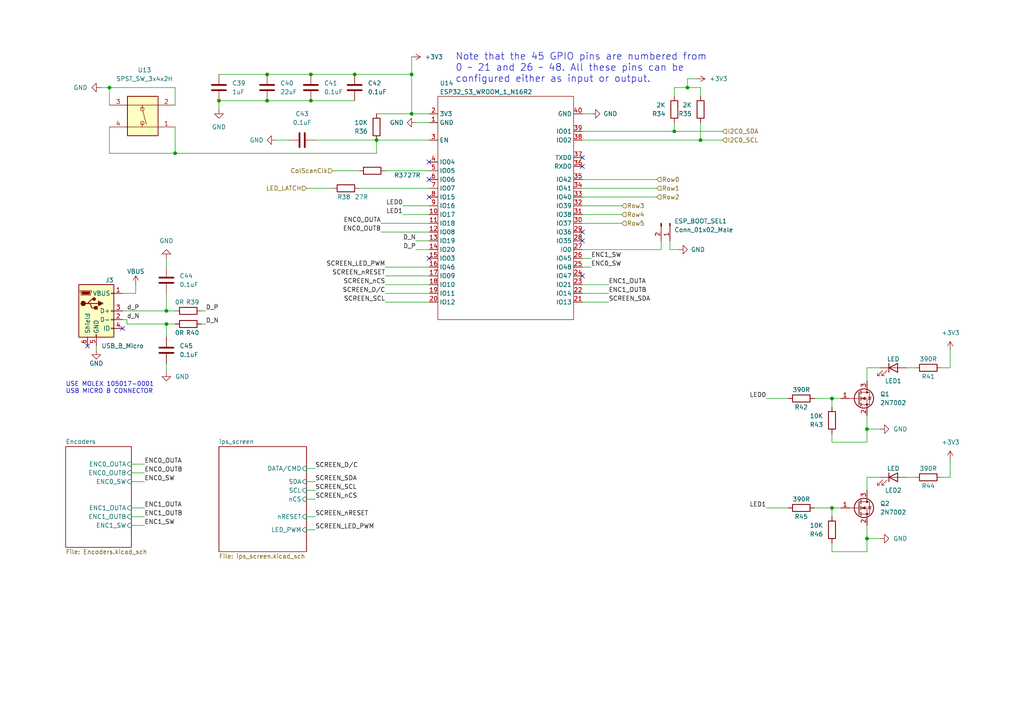
<source format=kicad_sch>
(kicad_sch (version 20211123) (generator eeschema)
  (paper "A4")
  (lib_symbols
    (symbol "Connector:Conn_01x02_Male" (pin_names (offset 1.016) hide)
      (property "Reference" "J" (at 0 2.54 0))
      (property "Value" "Conn_01x02_Male" (at 0 -5.08 0))
      (symbol "Conn_01x02_Male_1_1"
        (polyline (pts (xy 1.27 -2.54) (xy 0.8636 -2.54)) (stroke (width 0.1524)))
        (polyline (pts (xy 1.27 0) (xy 0.8636 0)) (stroke (width 0.1524)))
        (rectangle (start 0.8636 -2.413) (end 0 -2.667) (stroke (width 0.1524)) (fill (type outline)))
        (rectangle (start 0.8636 0.127) (end 0 -0.127) (stroke (width 0.1524)) (fill (type outline)))
        (pin passive line (at 5.08 0 180) (length 3.81) (name "Pin_1") (number "1"))
        (pin passive line (at 5.08 -2.54 180) (length 3.81) (name "Pin_2") (number "2"))
      )
    )
    (symbol "Connector:USB_B_Micro" (pin_names (offset 1.016))
      (property "Reference" "J" (at -5.08 11.43 0))
      (property "Value" "USB_B_Micro" (at -5.08 8.89 0))
      (symbol "USB_B_Micro_0_1"
        (rectangle (start -5.08 -7.62) (end 5.08 7.62) (stroke (width 0.254)) (fill (type background)))
        (circle (center -3.81 2.159) (radius 0.635) (stroke (width 0.254)) (fill (type outline)))
        (circle (center -0.635 3.429) (radius 0.381) (stroke (width 0.254)) (fill (type outline)))
        (rectangle (start -0.127 -7.62) (end 0.127 -6.858))
        (polyline (pts (xy -1.905 2.159) (xy 0.635 2.159)) (stroke (width 0.254)))
        (polyline (pts (xy -3.175 2.159) (xy -2.54 2.159) (xy -1.27 3.429) (xy -0.635 3.429)) (stroke (width 0.254)))
        (polyline (pts (xy -2.54 2.159) (xy -1.905 2.159) (xy -1.27 0.889) (xy 0 0.889)) (stroke (width 0.254)))
        (polyline (pts (xy 0.635 2.794) (xy 0.635 1.524) (xy 1.905 2.159) (xy 0.635 2.794)) (stroke (width 0.254)) (fill (type outline)))
        (polyline (pts (xy -4.318 5.588) (xy -1.778 5.588) (xy -2.032 4.826) (xy -4.064 4.826) (xy -4.318 5.588)) (fill (type outline)))
        (polyline (pts (xy -4.699 5.842) (xy -4.699 5.588) (xy -4.445 4.826) (xy -4.445 4.572) (xy -1.651 4.572) (xy -1.651 4.826) (xy -1.397 5.588) (xy -1.397 5.842) (xy -4.699 5.842)))
        (rectangle (start 0.254 1.27) (end -0.508 0.508) (stroke (width 0.254)) (fill (type outline)))
        (rectangle (start 5.08 -5.207) (end 4.318 -4.953))
        (rectangle (start 5.08 -2.667) (end 4.318 -2.413))
        (rectangle (start 5.08 -0.127) (end 4.318 0.127))
        (rectangle (start 5.08 4.953) (end 4.318 5.207))
      )
      (symbol "USB_B_Micro_1_1"
        (pin power_out line (at 7.62 5.08 180) (length 2.54) (name "VBUS") (number "1"))
        (pin bidirectional line (at 7.62 -2.54 180) (length 2.54) (name "D-") (number "2"))
        (pin bidirectional line (at 7.62 0 180) (length 2.54) (name "D+") (number "3"))
        (pin passive line (at 7.62 -5.08 180) (length 2.54) (name "ID") (number "4"))
        (pin power_out line (at 0 -10.16 90) (length 2.54) (name "GND") (number "5"))
        (pin passive line (at -2.54 -10.16 90) (length 2.54) (name "Shield") (number "6"))
      )
    )
    (symbol "Device:C" (pin_numbers hide) (pin_names (offset 0.254))
      (property "Reference" "C" (at 0.635 2.54 0))
      (property "Value" "C" (at 0.635 -2.54 0))
      (symbol "C_0_1"
        (polyline (pts (xy -2.032 -0.762) (xy 2.032 -0.762)) (stroke (width 0.508)))
        (polyline (pts (xy -2.032 0.762) (xy 2.032 0.762)) (stroke (width 0.508)))
      )
      (symbol "C_1_1"
        (pin passive line (at 0 3.81 270) (length 2.794) (name "~") (number "1"))
        (pin passive line (at 0 -3.81 90) (length 2.794) (name "~") (number "2"))
      )
    )
    (symbol "Device:LED" (pin_numbers hide) (pin_names (offset 1.016) hide)
      (property "Reference" "D" (at 0 2.54 0))
      (property "Value" "LED" (at 0 -2.54 0))
      (symbol "LED_0_1"
        (polyline (pts (xy -1.27 -1.27) (xy -1.27 1.27)) (stroke (width 0.254)))
        (polyline (pts (xy -1.27 0) (xy 1.27 0)))
        (polyline (pts (xy 1.27 -1.27) (xy 1.27 1.27) (xy -1.27 0) (xy 1.27 -1.27)) (stroke (width 0.254)))
        (polyline (pts (xy -3.048 -0.762) (xy -4.572 -2.286) (xy -3.81 -2.286) (xy -4.572 -2.286) (xy -4.572 -1.524)))
        (polyline (pts (xy -1.778 -0.762) (xy -3.302 -2.286) (xy -2.54 -2.286) (xy -3.302 -2.286) (xy -3.302 -1.524)))
      )
      (symbol "LED_1_1"
        (pin passive line (at -3.81 0 0) (length 2.54) (name "K") (number "1"))
        (pin passive line (at 3.81 0 180) (length 2.54) (name "A") (number "2"))
      )
    )
    (symbol "Device:R" (pin_numbers hide) (pin_names (offset 0))
      (property "Reference" "R" (at 2.032 0 90))
      (property "Value" "R" (at 0 0 90))
      (symbol "R_0_1"
        (rectangle (start -1.016 -2.54) (end 1.016 2.54) (stroke (width 0.254)))
      )
      (symbol "R_1_1"
        (pin passive line (at 0 3.81 270) (length 1.27) (name "~") (number "1"))
        (pin passive line (at 0 -3.81 90) (length 1.27) (name "~") (number "2"))
      )
    )
    (symbol "Transistor_FET:2N7002" (pin_names hide)
      (property "Reference" "Q" (at 5.08 1.905 0))
      (property "Value" "2N7002" (at 5.08 0 0))
      (symbol "2N7002_0_1"
        (polyline (pts (xy 0.254 0) (xy -2.54 0)))
        (polyline (pts (xy 0.254 1.905) (xy 0.254 -1.905)) (stroke (width 0.254)))
        (polyline (pts (xy 0.762 -1.27) (xy 0.762 -2.286)) (stroke (width 0.254)))
        (polyline (pts (xy 0.762 0.508) (xy 0.762 -0.508)) (stroke (width 0.254)))
        (polyline (pts (xy 0.762 2.286) (xy 0.762 1.27)) (stroke (width 0.254)))
        (polyline (pts (xy 2.54 2.54) (xy 2.54 1.778)))
        (polyline (pts (xy 2.54 -2.54) (xy 2.54 0) (xy 0.762 0)))
        (polyline (pts (xy 0.762 -1.778) (xy 3.302 -1.778) (xy 3.302 1.778) (xy 0.762 1.778)))
        (polyline (pts (xy 1.016 0) (xy 2.032 0.381) (xy 2.032 -0.381) (xy 1.016 0)) (fill (type outline)))
        (polyline (pts (xy 2.794 0.508) (xy 2.921 0.381) (xy 3.683 0.381) (xy 3.81 0.254)))
        (polyline (pts (xy 3.302 0.381) (xy 2.921 -0.254) (xy 3.683 -0.254) (xy 3.302 0.381)))
        (circle (center 1.651 0) (radius 2.794) (stroke (width 0.254)))
        (circle (center 2.54 -1.778) (radius 0.254) (fill (type outline)))
        (circle (center 2.54 1.778) (radius 0.254) (fill (type outline)))
      )
      (symbol "2N7002_1_1"
        (pin input line (at -5.08 0 0) (length 2.54) (name "G") (number "1"))
        (pin passive line (at 2.54 -5.08 90) (length 2.54) (name "S") (number "2"))
        (pin passive line (at 2.54 5.08 270) (length 2.54) (name "D") (number "3"))
      )
    )
    (symbol "User_Global_Symbols:ESP32-S3-WROOM-1"
      (property "Reference" "U" (at 20.32 68.58 0))
      (property "Value" "ESP32-S3-WROOM-1" (at 46.99 68.58 0))
      (symbol "ESP32-S3-WROOM-1_0_1"
        (rectangle (start 19.05 67.31) (end 58.42 2.54))
        (rectangle (start 91.44 128.27) (end 91.44 128.27))
      )
      (symbol "ESP32-S3-WROOM-1_1_1"
        (pin power_in line (at 16.51 59.69 0) (length 2.54) (name "GND") (number "1"))
        (pin bidirectional line (at 16.51 33.02 0) (length 2.54) (name "IO17") (number "10"))
        (pin bidirectional line (at 16.51 30.48 0) (length 2.54) (name "IO18") (number "11"))
        (pin bidirectional line (at 16.51 27.94 0) (length 2.54) (name "IO08") (number "12"))
        (pin bidirectional line (at 16.51 25.4 0) (length 2.54) (name "IO19") (number "13"))
        (pin bidirectional line (at 16.51 22.86 0) (length 2.54) (name "IO20") (number "14"))
        (pin bidirectional line (at 16.51 20.32 0) (length 2.54) (name "IO03") (number "15"))
        (pin bidirectional line (at 16.51 17.78 0) (length 2.54) (name "IO46") (number "16"))
        (pin bidirectional line (at 16.51 15.24 0) (length 2.54) (name "IO09") (number "17"))
        (pin bidirectional line (at 16.51 12.7 0) (length 2.54) (name "IO10") (number "18"))
        (pin bidirectional line (at 16.51 10.16 0) (length 2.54) (name "IO11") (number "19"))
        (pin power_in line (at 16.51 62.23 0) (length 2.54) (name "3V3") (number "2"))
        (pin bidirectional line (at 16.51 7.62 0) (length 2.54) (name "IO12") (number "20"))
        (pin bidirectional line (at 60.96 7.62 180) (length 2.54) (name "IO13") (number "21"))
        (pin bidirectional line (at 60.96 10.16 180) (length 2.54) (name "IO14") (number "22"))
        (pin bidirectional line (at 60.96 12.7 180) (length 2.54) (name "IO21") (number "23"))
        (pin bidirectional line (at 60.96 15.24 180) (length 2.54) (name "IO47") (number "24"))
        (pin bidirectional line (at 60.96 17.78 180) (length 2.54) (name "IO48") (number "25"))
        (pin bidirectional line (at 60.96 20.32 180) (length 2.54) (name "IO45") (number "26"))
        (pin bidirectional line (at 60.96 22.86 180) (length 2.54) (name "IO0") (number "27"))
        (pin bidirectional line (at 60.96 25.4 180) (length 2.54) (name "IO35") (number "28"))
        (pin bidirectional line (at 60.96 27.94 180) (length 2.54) (name "IO36") (number "29"))
        (pin input line (at 16.51 54.61 0) (length 2.54) (name "EN") (number "3"))
        (pin bidirectional line (at 60.96 30.48 180) (length 2.54) (name "IO37") (number "30"))
        (pin bidirectional line (at 60.96 33.02 180) (length 2.54) (name "IO38") (number "31"))
        (pin bidirectional line (at 60.96 35.56 180) (length 2.54) (name "IO39") (number "32"))
        (pin bidirectional line (at 60.96 38.1 180) (length 2.54) (name "IO40") (number "33"))
        (pin bidirectional line (at 60.96 40.64 180) (length 2.54) (name "IO41") (number "34"))
        (pin bidirectional line (at 60.96 43.18 180) (length 2.54) (name "IO42") (number "35"))
        (pin bidirectional line (at 60.96 46.99 180) (length 2.54) (name "RXD0") (number "36"))
        (pin bidirectional line (at 60.96 49.53 180) (length 2.54) (name "TXD0") (number "37"))
        (pin bidirectional line (at 60.96 54.61 180) (length 2.54) (name "IO02") (number "38"))
        (pin bidirectional line (at 60.96 57.15 180) (length 2.54) (name "IO01") (number "39"))
        (pin bidirectional line (at 16.51 48.26 0) (length 2.54) (name "IO04") (number "4"))
        (pin bidirectional line (at 60.96 62.23 180) (length 2.54) (name "GND") (number "40"))
        (pin bidirectional line (at 16.51 45.72 0) (length 2.54) (name "IO05") (number "5"))
        (pin bidirectional line (at 16.51 43.18 0) (length 2.54) (name "IO06") (number "6"))
        (pin bidirectional line (at 16.51 40.64 0) (length 2.54) (name "IO07") (number "7"))
        (pin bidirectional line (at 16.51 38.1 0) (length 2.54) (name "IO15") (number "8"))
        (pin bidirectional line (at 16.51 35.56 0) (length 2.54) (name "IO16") (number "9"))
      )
    )
    (symbol "User_Global_Symbols:SPST_SW_3x4x2H"
      (property "Reference" "U" (at 5.08 -2.54 0))
      (property "Value" "SPST_SW_3x4x2H" (at 5.08 -5.08 0))
      (symbol "SPST_SW_3x4x2H_0_0"
        (polyline (pts (xy 4.318 4.191) (xy 3.2766 8.0772)))
        (circle (center 4.445 3.683) (radius 0.508))
        (circle (center 4.445 7.747) (radius 0.508))
      )
      (symbol "SPST_SW_3x4x2H_0_1"
        (rectangle (start -0.127 11.43) (end 8.763 0) (stroke (width 0.254)) (fill (type background)))
        (polyline (pts (xy 0 2.54) (xy 4.445 2.54) (xy 4.445 3.683) (xy 4.445 2.54) (xy 9.017 2.54)))
        (polyline (pts (xy 0 8.89) (xy 4.445 8.89) (xy 4.445 7.747) (xy 4.445 8.89) (xy 9.017 8.89)))
      )
      (symbol "SPST_SW_3x4x2H_1_1"
        (pin passive line (at -5.08 8.89 0) (length 5.08) (name "~") (number "1"))
        (pin passive line (at -5.08 2.54 0) (length 5.08) (name "~") (number "2"))
        (pin passive line (at 13.97 2.54 180) (length 5.08) (name "~") (number "3"))
        (pin passive line (at 13.97 8.89 180) (length 5.08) (name "~") (number "4"))
      )
    )
    (symbol "power:+3V3" (power) (pin_names (offset 0))
      (property "Value" "+3V3" (at 0 3.556 0))
      (symbol "+3V3_0_1"
        (polyline (pts (xy -0.762 1.27) (xy 0 2.54)))
        (polyline (pts (xy 0 0) (xy 0 2.54)))
        (polyline (pts (xy 0 2.54) (xy 0.762 1.27)))
      )
      (symbol "+3V3_1_1"
        (pin power_in line (at 0 0 90) (length 0) hide (name "+3V3") (number "1"))
      )
    )
    (symbol "power:GND" (power) (pin_names (offset 0))
      (property "Value" "GND" (at 0 -3.81 0))
      (symbol "GND_0_1"
        (polyline (pts (xy 0 0) (xy 0 -1.27) (xy 1.27 -1.27) (xy 0 -2.54) (xy -1.27 -1.27) (xy 0 -1.27)))
      )
      (symbol "GND_1_1"
        (pin power_in line (at 0 0 270) (length 0) hide (name "GND") (number "1"))
      )
    )
    (symbol "power:VBUS" (power) (pin_names (offset 0))
      (property "Value" "VBUS" (at 0 3.81 0))
      (symbol "VBUS_0_1"
        (polyline (pts (xy -0.762 1.27) (xy 0 2.54)))
        (polyline (pts (xy 0 0) (xy 0 2.54)))
        (polyline (pts (xy 0 2.54) (xy 0.762 1.27)))
      )
      (symbol "VBUS_1_1"
        (pin power_in line (at 0 0 90) (length 0) hide (name "VBUS") (number "1"))
      )
    )
  )
  (junction (at 199.39 25.4))
  (junction (at 241.3 115.57))
  (junction (at 90.17 21.59))
  (junction (at 109.22 40.64))
  (junction (at 50.8 44.45))
  (junction (at 48.26 90.17))
  (junction (at 77.47 21.59))
  (junction (at 251.46 124.46))
  (junction (at 119.38 21.59))
  (junction (at 241.3 147.32))
  (junction (at 31.75 25.4))
  (junction (at 90.17 29.21))
  (junction (at 48.26 93.98))
  (junction (at 195.58 38.1))
  (junction (at 251.46 156.21))
  (junction (at 63.5 29.21))
  (junction (at 77.47 29.21))
  (junction (at 203.2 40.64))
  (junction (at 102.87 21.59))
  (junction (at 119.38 33.02))
  (no_connect (at 35.56 95.25))
  (no_connect (at 124.46 46.99))
  (no_connect (at 124.46 52.07))
  (no_connect (at 124.46 74.93))
  (no_connect (at 168.91 80.01))
  (no_connect (at 168.91 69.85))
  (no_connect (at 168.91 67.31))
  (no_connect (at 168.91 45.72))
  (no_connect (at 168.91 48.26))
  (no_connect (at 25.4 100.33))
  (no_connect (at 124.46 57.15))
  (wire (pts (xy 109.22 33.02) (xy 119.38 33.02)))
  (wire (pts (xy 116.84 62.23) (xy 124.46 62.23)))
  (wire (pts (xy 48.26 105.41) (xy 48.26 107.95)))
  (wire (pts (xy 191.77 69.85) (xy 191.77 72.39)))
  (wire (pts (xy 255.27 106.68) (xy 251.46 106.68)))
  (wire (pts (xy 194.31 69.85) (xy 194.31 72.39)))
  (wire (pts (xy 50.8 44.45) (xy 109.22 44.45)))
  (wire (pts (xy 195.58 25.4) (xy 199.39 25.4)))
  (wire (pts (xy 168.91 82.55) (xy 176.53 82.55)))
  (wire (pts (xy 168.91 38.1) (xy 195.58 38.1)))
  (wire (pts (xy 58.42 93.98) (xy 59.69 93.98)))
  (wire (pts (xy 111.76 85.09) (xy 124.46 85.09)))
  (wire (pts (xy 48.26 85.09) (xy 48.26 90.17)))
  (wire (pts (xy 80.01 40.64) (xy 83.82 40.64)))
  (wire (pts (xy 110.49 64.77) (xy 124.46 64.77)))
  (wire (pts (xy 275.59 138.43) (xy 273.05 138.43)))
  (wire (pts (xy 168.91 77.47) (xy 171.45 77.47)))
  (wire (pts (xy 59.69 90.17) (xy 58.42 90.17)))
  (wire (pts (xy 38.1 152.4) (xy 41.91 152.4)))
  (wire (pts (xy 35.56 85.09) (xy 39.37 85.09)))
  (wire (pts (xy 38.1 149.86) (xy 41.91 149.86)))
  (wire (pts (xy 88.9 142.24) (xy 91.44 142.24)))
  (wire (pts (xy 251.46 138.43) (xy 251.46 142.24)))
  (wire (pts (xy 50.8 93.98) (xy 48.26 93.98)))
  (wire (pts (xy 168.91 64.77) (xy 180.34 64.77)))
  (wire (pts (xy 203.2 25.4) (xy 203.2 27.94)))
  (wire (pts (xy 201.93 22.86) (xy 199.39 22.86)))
  (wire (pts (xy 116.84 59.69) (xy 124.46 59.69)))
  (wire (pts (xy 77.47 21.59) (xy 90.17 21.59)))
  (wire (pts (xy 111.76 82.55) (xy 124.46 82.55)))
  (wire (pts (xy 111.76 77.47) (xy 124.46 77.47)))
  (wire (pts (xy 88.9 149.86) (xy 91.44 149.86)))
  (wire (pts (xy 27.94 100.33) (xy 27.94 101.6)))
  (wire (pts (xy 63.5 29.21) (xy 63.5 31.75)))
  (wire (pts (xy 111.76 49.53) (xy 124.46 49.53)))
  (wire (pts (xy 168.91 74.93) (xy 171.45 74.93)))
  (wire (pts (xy 50.8 30.48) (xy 50.8 25.4)))
  (wire (pts (xy 88.9 54.61) (xy 96.52 54.61)))
  (wire (pts (xy 38.1 134.62) (xy 41.91 134.62)))
  (wire (pts (xy 124.46 33.02) (xy 119.38 33.02)))
  (wire (pts (xy 195.58 35.56) (xy 195.58 38.1)))
  (wire (pts (xy 194.31 72.39) (xy 196.85 72.39)))
  (wire (pts (xy 222.25 115.57) (xy 228.6 115.57)))
  (wire (pts (xy 255.27 138.43) (xy 251.46 138.43)))
  (wire (pts (xy 199.39 22.86) (xy 199.39 25.4)))
  (wire (pts (xy 63.5 29.21) (xy 77.47 29.21)))
  (wire (pts (xy 199.39 25.4) (xy 203.2 25.4)))
  (wire (pts (xy 96.52 49.53) (xy 104.14 49.53)))
  (wire (pts (xy 119.38 21.59) (xy 119.38 33.02)))
  (wire (pts (xy 255.27 156.21) (xy 251.46 156.21)))
  (wire (pts (xy 38.1 147.32) (xy 41.91 147.32)))
  (wire (pts (xy 241.3 160.02) (xy 251.46 160.02)))
  (wire (pts (xy 88.9 153.67) (xy 91.44 153.67)))
  (wire (pts (xy 50.8 25.4) (xy 31.75 25.4)))
  (wire (pts (xy 91.44 40.64) (xy 109.22 40.64)))
  (wire (pts (xy 236.22 115.57) (xy 241.3 115.57)))
  (wire (pts (xy 36.83 93.98) (xy 36.83 92.71)))
  (wire (pts (xy 88.9 139.7) (xy 91.44 139.7)))
  (wire (pts (xy 38.1 139.7) (xy 41.91 139.7)))
  (wire (pts (xy 124.46 40.64) (xy 109.22 40.64)))
  (wire (pts (xy 35.56 90.17) (xy 48.26 90.17)))
  (wire (pts (xy 251.46 120.65) (xy 251.46 124.46)))
  (wire (pts (xy 241.3 115.57) (xy 243.84 115.57)))
  (wire (pts (xy 203.2 35.56) (xy 203.2 40.64)))
  (wire (pts (xy 241.3 147.32) (xy 241.3 149.86)))
  (wire (pts (xy 63.5 21.59) (xy 77.47 21.59)))
  (wire (pts (xy 50.8 36.83) (xy 50.8 44.45)))
  (wire (pts (xy 29.21 25.4) (xy 31.75 25.4)))
  (wire (pts (xy 120.65 72.39) (xy 124.46 72.39)))
  (wire (pts (xy 31.75 44.45) (xy 31.75 36.83)))
  (wire (pts (xy 203.2 40.64) (xy 209.55 40.64)))
  (wire (pts (xy 222.25 147.32) (xy 228.6 147.32)))
  (wire (pts (xy 48.26 93.98) (xy 48.26 97.79)))
  (wire (pts (xy 102.87 21.59) (xy 119.38 21.59)))
  (wire (pts (xy 262.89 106.68) (xy 265.43 106.68)))
  (wire (pts (xy 111.76 87.63) (xy 124.46 87.63)))
  (wire (pts (xy 109.22 40.64) (xy 109.22 44.45)))
  (wire (pts (xy 39.37 82.55) (xy 39.37 85.09)))
  (wire (pts (xy 275.59 133.35) (xy 275.59 138.43)))
  (wire (pts (xy 31.75 25.4) (xy 31.75 30.48)))
  (wire (pts (xy 195.58 27.94) (xy 195.58 25.4)))
  (wire (pts (xy 241.3 147.32) (xy 243.84 147.32)))
  (wire (pts (xy 120.65 35.56) (xy 124.46 35.56)))
  (wire (pts (xy 38.1 137.16) (xy 41.91 137.16)))
  (wire (pts (xy 119.38 21.59) (xy 119.38 16.51)))
  (wire (pts (xy 262.89 138.43) (xy 265.43 138.43)))
  (wire (pts (xy 90.17 29.21) (xy 102.87 29.21)))
  (wire (pts (xy 110.49 67.31) (xy 124.46 67.31)))
  (wire (pts (xy 251.46 160.02) (xy 251.46 156.21)))
  (wire (pts (xy 90.17 21.59) (xy 102.87 21.59)))
  (wire (pts (xy 48.26 74.93) (xy 48.26 77.47)))
  (wire (pts (xy 48.26 93.98) (xy 36.83 93.98)))
  (wire (pts (xy 77.47 29.21) (xy 90.17 29.21)))
  (wire (pts (xy 31.75 44.45) (xy 50.8 44.45)))
  (wire (pts (xy 251.46 106.68) (xy 251.46 110.49)))
  (wire (pts (xy 168.91 40.64) (xy 203.2 40.64)))
  (wire (pts (xy 176.53 87.63) (xy 168.91 87.63)))
  (wire (pts (xy 168.91 59.69) (xy 180.34 59.69)))
  (wire (pts (xy 236.22 147.32) (xy 241.3 147.32)))
  (wire (pts (xy 168.91 52.07) (xy 190.5 52.07)))
  (wire (pts (xy 168.91 72.39) (xy 191.77 72.39)))
  (wire (pts (xy 241.3 125.73) (xy 241.3 128.27)))
  (wire (pts (xy 275.59 101.6) (xy 275.59 106.68)))
  (wire (pts (xy 241.3 115.57) (xy 241.3 118.11)))
  (wire (pts (xy 241.3 128.27) (xy 251.46 128.27)))
  (wire (pts (xy 111.76 80.01) (xy 124.46 80.01)))
  (wire (pts (xy 168.91 33.02) (xy 171.45 33.02)))
  (wire (pts (xy 36.83 92.71) (xy 35.56 92.71)))
  (wire (pts (xy 195.58 38.1) (xy 209.55 38.1)))
  (wire (pts (xy 168.91 54.61) (xy 190.5 54.61)))
  (wire (pts (xy 88.9 144.78) (xy 91.44 144.78)))
  (wire (pts (xy 255.27 124.46) (xy 251.46 124.46)))
  (wire (pts (xy 48.26 90.17) (xy 50.8 90.17)))
  (wire (pts (xy 168.91 85.09) (xy 176.53 85.09)))
  (wire (pts (xy 168.91 62.23) (xy 180.34 62.23)))
  (wire (pts (xy 120.65 69.85) (xy 124.46 69.85)))
  (wire (pts (xy 168.91 57.15) (xy 190.5 57.15)))
  (wire (pts (xy 251.46 128.27) (xy 251.46 124.46)))
  (wire (pts (xy 88.9 135.89) (xy 91.44 135.89)))
  (wire (pts (xy 275.59 106.68) (xy 273.05 106.68)))
  (wire (pts (xy 104.14 54.61) (xy 124.46 54.61)))
  (wire (pts (xy 251.46 152.4) (xy 251.46 156.21)))
  (wire (pts (xy 241.3 157.48) (xy 241.3 160.02)))
  (text "USE MOLEX 105017-0001\nUSB MICRO B CONNECTOR" (at 19.05 114.3 0) (effects (font (size 1.27 1.27)) (justify left bottom)))
  (text "Note that the 45 GPIO pins are numbered from\n0 ~ 21 and 26 ~ 48. All these pins can be \nconfigured either as input or output." (at 132.08 24.13 0) (effects (font (size 2 2)) (justify left bottom)))
  (label "SCREEN_LED_PWM" (at 111.76 77.47 180))
  (label "D_N" (at 59.69 93.98 0))
  (label "d_P" (at 36.83 90.17 0))
  (label "D_P" (at 59.69 90.17 0))
  (label "D_P" (at 120.65 72.39 180))
  (label "ENC1_OUTA" (at 176.53 82.55 0))
  (label "LED0" (at 222.25 115.57 180))
  (label "SCREEN_SCL" (at 111.76 87.63 180))
  (label "d_N" (at 36.83 92.71 0))
  (label "ENC0_SW" (at 41.91 139.7 0))
  (label "SCREEN_nRESET" (at 91.44 149.86 0))
  (label "ENC0_OUTA" (at 41.91 134.62 0))
  (label "SCREEN_SDA" (at 91.44 139.7 0))
  (label "SCREEN_nRESET" (at 111.76 80.01 180))
  (label "SCREEN_LED_PWM" (at 91.44 153.67 0))
  (label "ENC1_OUTB" (at 176.53 85.09 0))
  (label "SCREEN_nCS" (at 111.76 82.55 180))
  (label "ENC0_OUTB" (at 110.49 67.31 180))
  (label "ENC1_OUTB" (at 41.91 149.86 0))
  (label "LED1" (at 116.84 62.23 180))
  (label "SCREEN_SCL" (at 91.44 142.24 0))
  (label "SCREEN_nCS" (at 91.44 144.78 0))
  (label "ENC1_OUTA" (at 41.91 147.32 0))
  (label "ENC0_OUTA" (at 110.49 64.77 180))
  (label "SCREEN_D{slash}C" (at 91.44 135.89 0))
  (label "ENC1_SW" (at 41.91 152.4 0))
  (label "D_N" (at 120.65 69.85 180))
  (label "LED0" (at 116.84 59.69 180))
  (label "SCREEN_SDA" (at 176.53 87.63 0))
  (label "LED1" (at 222.25 147.32 180))
  (label "ENC1_SW" (at 171.45 74.93 0))
  (label "SCREEN_D{slash}C" (at 111.76 85.09 180))
  (label "ENC0_SW" (at 171.45 77.47 0))
  (label "ENC0_OUTB" (at 41.91 137.16 0))
  (hierarchical_label "Row3" (shape input) (at 180.34 59.69 0))
  (hierarchical_label "Row5" (shape input) (at 180.34 64.77 0))
  (hierarchical_label "Row2" (shape input) (at 190.5 57.15 0))
  (hierarchical_label "LED_LATCH" (shape input) (at 88.9 54.61 180))
  (hierarchical_label "Row1" (shape input) (at 190.5 54.61 0))
  (hierarchical_label "I2C0_SCL" (shape input) (at 209.55 40.64 0))
  (hierarchical_label "ColScanClk" (shape input) (at 96.52 49.53 180))
  (hierarchical_label "I2C0_SDA" (shape input) (at 209.55 38.1 0))
  (hierarchical_label "Row0" (shape input) (at 190.5 52.07 0))
  (hierarchical_label "Row4" (shape input) (at 180.34 62.23 0))
  (symbol (lib_id "power:GND") (at 255.27 124.46 90) (unit 1)
    (property "Reference" "#PWR0109" (effects hide))
    (property "Value" "GND" (at 259.08 124.4599 90) (effects (justify right)))
  )
  (symbol (lib_id "power:GND") (at 196.85 72.39 90) (unit 1)
    (property "Reference" "#PWR0103" (effects hide))
    (property "Value" "GND" (at 204.47 72.39 90) (effects (justify left)))
  )
  (symbol (lib_id "power:GND") (at 29.21 25.4 270) (unit 1)
    (property "Reference" "#PWR098" (effects hide))
    (property "Value" "GND" (at 25.4 25.3999 90) (effects (justify right)))
  )
  (symbol (lib_id "power:GND") (at 48.26 107.95 0) (unit 1)
    (property "Reference" "#PWR0108" (effects hide))
    (property "Value" "GND" (at 50.8 109.2199 0) (effects (justify left)))
  )
  (symbol (lib_id "Device:R") (at 195.58 31.75 180) (unit 1)
    (property "Reference" "R34" (at 193.04 33.0201 0) (effects (justify left)))
    (property "Value" "2K" (at 193.04 30.48 0) (effects (justify left)))
    (property "Footprint" "Resistor_SMD:R_0603_1608Metric" (effects hide))
    (property "LCSC" "C22975" (effects hide))
  )
  (symbol (lib_id "power:+3V3") (at 275.59 133.35 0) (unit 1)
    (property "Reference" "#PWR0110" (effects hide))
    (property "Value" "+3V3" (at 273.05 128.27 0) (effects (justify left)))
  )
  (symbol (lib_id "power:+3V3") (at 275.59 101.6 0) (unit 1)
    (property "Reference" "#PWR0107" (effects hide))
    (property "Value" "+3V3" (at 273.05 96.52 0) (effects (justify left)))
  )
  (symbol (lib_id "User_Global_Symbols:ESP32-S3-WROOM-1") (at 107.95 95.25 0) (unit 1)
    (property "Reference" "U14" (at 129.54 24.13 0))
    (property "Value" "ESP32_S3_WROOM_1_N16R2" (at 140.97 26.67 0))
    (property "Footprint" "User_Global_Library:ESP32-S3-WROOM-1" (effects hide))
  )
  (symbol (lib_id "Device:C") (at 63.5 25.4 0) (unit 1)
    (property "Reference" "C39" (at 67.31 24.13 0) (effects (justify left)))
    (property "Value" "1uF" (at 67.31 26.67 0) (effects (justify left)))
    (property "Footprint" "Capacitor_SMD:C_0603_1608Metric" (effects hide))
    (property "LCSC" "C15849" (effects hide))
  )
  (symbol (lib_id "power:GND") (at 80.01 40.64 270) (unit 1)
    (property "Reference" "#PWR0102" (effects hide))
    (property "Value" "GND" (at 72.39 40.64 90) (effects (justify left)))
  )
  (symbol (lib_id "Device:R") (at 269.24 106.68 270) (unit 1)
    (property "Reference" "R41" (at 269.24 109.22 90))
    (property "Value" "390R" (at 269.24 104.14 90))
    (property "Footprint" "Resistor_SMD:R_0603_1608Metric" (effects hide))
    (property "LCSC" "C23151" (effects hide))
  )
  (symbol (lib_id "power:GND") (at 27.94 101.6 0) (unit 1)
    (property "Reference" "#PWR0106" (effects hide))
    (property "Value" "GND" (at 27.94 105.41 0))
  )
  (symbol (lib_id "Device:C") (at 87.63 40.64 90) (unit 1)
    (property "Reference" "C43" (at 87.63 33.02 90))
    (property "Value" "0.1uF" (at 87.63 35.56 90))
    (property "Footprint" "Capacitor_SMD:C_0603_1608Metric" (effects hide))
    (property "LCSC" "C14663" (effects hide))
  )
  (symbol (lib_id "Device:C") (at 77.47 25.4 0) (unit 1)
    (property "Reference" "C40" (at 81.28 24.13 0) (effects (justify left)))
    (property "Value" "22uF" (at 81.28 26.67 0) (effects (justify left)))
    (property "Footprint" "Capacitor_SMD:C_0603_1608Metric" (effects hide))
    (property "LCSC" "C59461" (effects hide))
  )
  (symbol (lib_id "Transistor_FET:2N7002") (at 248.92 147.32 0) (unit 1)
    (property "Reference" "Q2" (at 255.27 146.0499 0) (effects (justify left)))
    (property "Value" "2N7002" (at 255.27 148.5899 0) (effects (justify left)))
    (property "Footprint" "Package_TO_SOT_SMD:SOT-23" (effects hide))
    (property "Datasheet" "https://www.onsemi.com/pub/Collateral/NDS7002A-D.PDF" (effects hide))
    (property "LCSC" "C8545" (effects hide))
  )
  (symbol (lib_id "Device:R") (at 54.61 93.98 270) (unit 1)
    (property "Reference" "R40" (at 55.88 96.52 90))
    (property "Value" "0R" (at 52.07 96.52 90))
    (property "Footprint" "Resistor_SMD:R_0603_1608Metric" (effects hide))
    (property "LCSC" "C21189" (effects hide))
  )
  (symbol (lib_id "User_Global_Symbols:SPST_SW_3x4x2H") (at 45.72 27.94 180) (unit 1)
    (property "Reference" "U13" (at 41.91 20.32 0))
    (property "Value" "SPST_SW_3x4x2H" (at 41.91 22.86 0))
    (property "Footprint" "User_Global_Library:SPST_SW_3x4X2" (effects hide))
  )
  (symbol (lib_id "power:GND") (at 63.5 31.75 0) (unit 1)
    (property "Reference" "#PWR099" (effects hide))
    (property "Value" "GND" (at 63.5 36.83 0))
  )
  (symbol (lib_id "Device:R") (at 241.3 153.67 180) (unit 1)
    (property "Reference" "R46" (at 238.76 154.9401 0) (effects (justify left)))
    (property "Value" "10K" (at 238.76 152.4 0) (effects (justify left)))
    (property "Footprint" "Resistor_SMD:R_0603_1608Metric" (effects hide))
    (property "LCSC" "C25804" (effects hide))
  )
  (symbol (lib_id "Device:R") (at 54.61 90.17 270) (unit 1)
    (property "Reference" "R39" (at 55.88 87.63 90))
    (property "Value" "0R" (at 52.07 87.63 90))
    (property "Footprint" "Resistor_SMD:R_0603_1608Metric" (effects hide))
    (property "LCSC" "C21189" (effects hide))
  )
  (symbol (lib_id "power:VBUS") (at 39.37 82.55 0) (unit 1)
    (property "Reference" "#PWR0105" (effects hide))
    (property "Value" "VBUS" (at 39.37 78.74 0))
  )
  (symbol (lib_id "power:GND") (at 48.26 74.93 180) (unit 1)
    (property "Reference" "#PWR0104" (effects hide))
    (property "Value" "GND" (at 48.26 69.85 0))
  )
  (symbol (lib_id "Device:C") (at 48.26 101.6 0) (unit 1)
    (property "Reference" "C45" (at 52.07 100.3299 0) (effects (justify left)))
    (property "Value" "0.1uF" (at 52.07 102.8699 0) (effects (justify left)))
    (property "Footprint" "Capacitor_SMD:C_0603_1608Metric" (effects hide))
  )
  (symbol (lib_id "Connector:Conn_01x02_Male") (at 194.31 64.77 270) (unit 1)
    (property "Reference" "ESP_BOOT_SEL1" (at 195.58 64.1349 90) (effects (justify left)))
    (property "Value" "Conn_01x02_Male" (at 195.58 66.6749 90) (effects (justify left)))
    (property "Footprint" "Connector_PinHeader_2.54mm:PinHeader_1x02_P2.54mm_Vertical" (effects hide))
  )
  (symbol (lib_id "power:GND") (at 255.27 156.21 90) (unit 1)
    (property "Reference" "#PWR0111" (effects hide))
    (property "Value" "GND" (at 259.08 156.2099 90) (effects (justify right)))
  )
  (symbol (lib_id "power:+3V3") (at 119.38 16.51 270) (unit 1)
    (property "Reference" "#PWR096" (effects hide))
    (property "Value" "+3V3" (at 123.19 16.5099 90) (effects (justify left)))
  )
  (symbol (lib_id "Device:R") (at 203.2 31.75 180) (unit 1)
    (property "Reference" "R35" (at 200.66 33.0201 0) (effects (justify left)))
    (property "Value" "2K" (at 200.66 30.48 0) (effects (justify left)))
    (property "Footprint" "Resistor_SMD:R_0603_1608Metric" (effects hide))
    (property "LCSC" "C22975" (effects hide))
  )
  (symbol (lib_id "Device:R") (at 232.41 115.57 270) (unit 1)
    (property "Reference" "R42" (at 232.41 118.11 90))
    (property "Value" "390R" (at 232.41 113.03 90))
    (property "Footprint" "Resistor_SMD:R_0603_1608Metric" (effects hide))
    (property "LCSC" "C23151" (effects hide))
  )
  (symbol (lib_id "power:+3V3") (at 201.93 22.86 270) (unit 1)
    (property "Reference" "#PWR097" (effects hide))
    (property "Value" "+3V3" (at 205.74 22.8599 90) (effects (justify left)))
  )
  (symbol (lib_id "Device:R") (at 232.41 147.32 270) (unit 1)
    (property "Reference" "R45" (at 232.41 149.86 90))
    (property "Value" "390R" (at 232.41 144.78 90))
    (property "Footprint" "Resistor_SMD:R_0603_1608Metric" (effects hide))
    (property "LCSC" "C23151" (effects hide))
  )
  (symbol (lib_id "Device:LED") (at 259.08 138.43 0) (unit 1)
    (property "Reference" "LED2" (at 259.08 142.24 0))
    (property "Value" "LED" (at 259.08 135.89 0))
    (property "Footprint" "LED_SMD:LED_0805_2012Metric" (effects hide))
    (property "LCSC" "C2296" (effects hide))
  )
  (symbol (lib_id "Device:C") (at 90.17 25.4 0) (unit 1)
    (property "Reference" "C41" (at 93.98 24.1299 0) (effects (justify left)))
    (property "Value" "0.1uF" (at 93.98 26.6699 0) (effects (justify left)))
    (property "Footprint" "Capacitor_SMD:C_0603_1608Metric" (effects hide))
    (property "LCSC" "C14663" (effects hide))
  )
  (symbol (lib_id "Device:R") (at 109.22 36.83 180) (unit 1)
    (property "Reference" "R36" (at 106.68 38.1001 0) (effects (justify left)))
    (property "Value" "10K" (at 106.68 35.56 0) (effects (justify left)))
    (property "Footprint" "Resistor_SMD:R_0603_1608Metric" (effects hide))
    (property "LCSC" "C25804" (effects hide))
  )
  (symbol (lib_id "power:GND") (at 120.65 35.56 270) (unit 1)
    (property "Reference" "#PWR0101" (effects hide))
    (property "Value" "GND" (at 113.03 35.56 90) (effects (justify left)))
  )
  (symbol (lib_id "Device:R") (at 269.24 138.43 270) (unit 1)
    (property "Reference" "R44" (at 269.24 140.97 90))
    (property "Value" "390R" (at 269.24 135.89 90))
    (property "Footprint" "Resistor_SMD:R_0603_1608Metric" (effects hide))
    (property "LCSC" "C23151" (effects hide))
  )
  (symbol (lib_id "Device:R") (at 107.95 49.53 270) (unit 1)
    (property "Reference" "R37" (at 114.3 50.8 90) (effects (justify left)))
    (property "Value" "27R" (at 118.11 50.8 90) (effects (justify left)))
    (property "Footprint" "Resistor_SMD:R_0603_1608Metric" (effects hide))
  )
  (symbol (lib_id "power:GND") (at 171.45 33.02 90) (unit 1)
    (property "Reference" "#PWR0100" (effects hide))
    (property "Value" "GND" (at 179.07 33.02 90) (effects (justify left)))
  )
  (symbol (lib_id "Device:C") (at 48.26 81.28 0) (unit 1)
    (property "Reference" "C44" (at 52.07 80.0099 0) (effects (justify left)))
    (property "Value" "0.1uF" (at 52.07 82.5499 0) (effects (justify left)))
    (property "Footprint" "Capacitor_SMD:C_0603_1608Metric" (effects hide))
  )
  (symbol (lib_id "Connector:USB_B_Micro") (at 27.94 90.17 0) (unit 1)
    (property "Reference" "J3" (at 31.75 81.28 0))
    (property "Value" "USB_B_Micro" (at 35.56 100.33 0))
    (property "Footprint" "Connector_USB:USB_Micro-B_Molex-105017-0001" (effects hide))
  )
  (symbol (lib_id "Device:R") (at 241.3 121.92 180) (unit 1)
    (property "Reference" "R43" (at 238.76 123.1901 0) (effects (justify left)))
    (property "Value" "10K" (at 238.76 120.65 0) (effects (justify left)))
    (property "Footprint" "Resistor_SMD:R_0603_1608Metric" (effects hide))
    (property "LCSC" "C25804" (effects hide))
  )
  (symbol (lib_id "Device:R") (at 100.33 54.61 270) (unit 1)
    (property "Reference" "R38" (at 97.79 57.15 90) (effects (justify left)))
    (property "Value" "27R" (at 102.87 57.15 90) (effects (justify left)))
    (property "Footprint" "Resistor_SMD:R_0603_1608Metric" (effects hide))
    (property "LCSC" "C25190" (effects hide))
  )
  (symbol (lib_id "Device:LED") (at 259.08 106.68 0) (unit 1)
    (property "Reference" "LED1" (at 259.08 110.49 0))
    (property "Value" "LED" (at 259.08 104.14 0))
    (property "Footprint" "LED_SMD:LED_0805_2012Metric" (effects hide))
    (property "LCSC" "C84256" (effects hide))
  )
  (symbol (lib_id "Transistor_FET:2N7002") (at 248.92 115.57 0) (unit 1)
    (property "Reference" "Q1" (at 255.27 114.2999 0) (effects (justify left)))
    (property "Value" "2N7002" (at 255.27 116.8399 0) (effects (justify left)))
    (property "Footprint" "Package_TO_SOT_SMD:SOT-23" (effects hide))
    (property "Datasheet" "https://www.onsemi.com/pub/Collateral/NDS7002A-D.PDF" (effects hide))
    (property "LCSC" "C8545" (effects hide))
  )
  (symbol (lib_id "Device:C") (at 102.87 25.4 0) (unit 1)
    (property "Reference" "C42" (at 106.68 24.1299 0) (effects (justify left)))
    (property "Value" "0.1uF" (at 106.68 26.6699 0) (effects (justify left)))
    (property "Footprint" "Capacitor_SMD:C_0603_1608Metric" (effects hide))
    (property "LCSC" "C14663" (effects hide))
  )
  (sheet (at 63.5 129.54) (size 25.4 30.48) (stroke (width 0.1524))
    (property "Sheet name" "ips_screen" (at 63.5 128.8284 0) (effects (justify left bottom)))
    (property "Sheet file" "ips_screen.kicad_sch" (at 63.5 160.6046 0) (effects (justify left top)))
    (pin "DATA{slash}CMD" input (at 88.9 135.89 0))
    (pin "nCS" input (at 88.9 144.78 0))
    (pin "SCL" input (at 88.9 142.24 0))
    (pin "SDA" input (at 88.9 139.7 0))
    (pin "nRESET" input (at 88.9 149.86 0))
    (pin "LED_PWM" input (at 88.9 153.67 0))
  )
  (sheet (at 19.05 129.54) (size 19.05 29.21) (stroke (width 0.1524))
    (property "Sheet name" "Encoders" (at 19.05 128.8284 0) (effects (justify left bottom)))
    (property "Sheet file" "Encoders.kicad_sch" (at 19.05 159.3346 0) (effects (justify left top)))
    (pin "ENC0_OUTA" input (at 38.1 134.62 0))
    (pin "ENC0_OUTB" input (at 38.1 137.16 0))
    (pin "ENC0_SW" input (at 38.1 139.7 0))
    (pin "ENC1_SW" input (at 38.1 152.4 0))
    (pin "ENC1_OUTB" input (at 38.1 149.86 0))
    (pin "ENC1_OUTA" input (at 38.1 147.32 0))
  )
)
</source>
